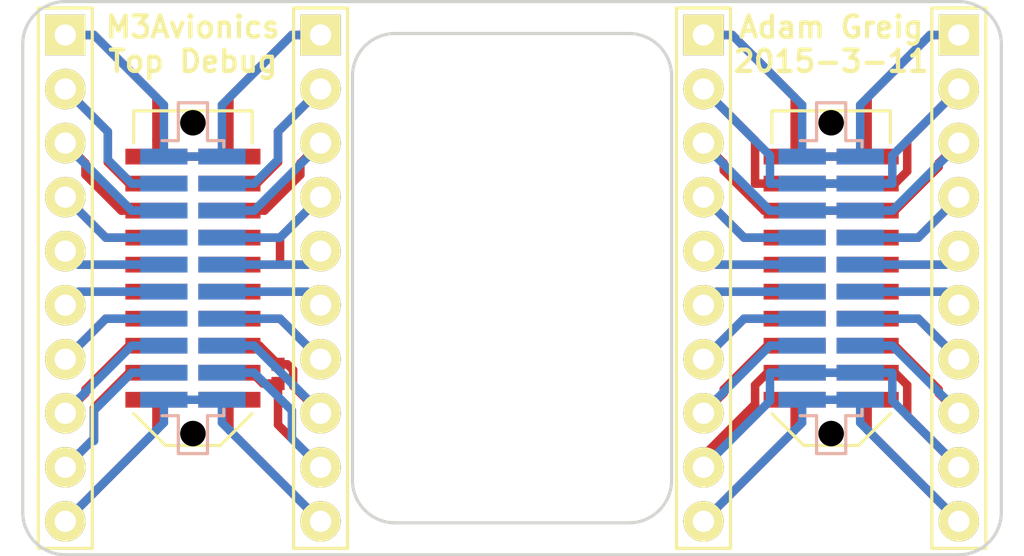
<source format=kicad_pcb>
(kicad_pcb (version 20221018) (generator pcbnew)
  (layers (0 "F.Cu" signal) (31 "B.Cu" signal) (34 "B.Paste" user) (35 "F.Paste" user) (36 "B.SilkS" user "B.Silkscreen") (37 "F.SilkS" user "F.Silkscreen") (38 "B.Mask" user) (39 "F.Mask" user) (44 "Edge.Cuts" user))
  (net 0 "")
  (net 1 "GND")
  (net 2 "/3v3_IMU")
  (net 3 "/JTMS")
  (net 4 "/3v3_RADIO")
  (net 5 "/JTCK")
  (net 6 "/3v3_FC")
  (net 7 "/JTDI")
  (net 8 "/3v3_PYRO")
  (net 9 "/3v3_DL")
  (net 10 "/RSVD1")
  (net 11 "/3v3_AUX1")
  (net 12 "/5v_CAN")
  (net 13 "/3v3_AUX2")
  (net 14 "/CAN-")
  (net 15 "/RSVD2")
  (net 16 "/CAN+")
  (net 17 "/PYRO_SO")
  (net 18 "/PYRO_SI")
  (net 19 "/5v_RADIO")
  (net 20 "/PYRO1")
  (net 21 "/5v_IMU")
  (net 22 "/PYRO2")
  (net 23 "/5v_AUX1")
  (net 24 "/PYRO3")
  (net 25 "/5v_AUX2")
  (net 26 "/PYRO4")
  (net 27 "/5v_CAM")
  (net 28 "/PWR")
  (net 29 "/CHARGE")
  (footprint "agg:TFML-110-02-L-D" (layer "F.Cu") (at 85 100 -90)
    (fp_text reference "J1")
    (fp_text value "WEST TOP")
    (fp_line (start -7.865 -2.785) (end -7.865 2.785) (stroke (width 0.15)) (layer "F.SilkS"))
    (fp_line (start -7.865 2.785) (end -6.365 2.785) (stroke (width 0.15)) (layer "F.SilkS"))
    (fp_line (start -6.365 -2.785) (end -7.865 -2.785) (stroke (width 0.15)) (layer "F.SilkS"))
    (fp_line (start 6.365 2.785) (end 7.865 1.285) (stroke (width 0.15)) (layer "F.SilkS"))
    (fp_line (start 7.865 -1.285) (end 6.365 -2.785) (stroke (width 0.15)) (layer "F.SilkS"))
    (fp_line (start 7.865 1.285) (end 7.865 -1.285) (stroke (width 0.15)) (layer "F.SilkS"))
    (pad "1" smd rect (at -5.715 1.715 270) (size 0.74 2.92) (layers "F.Cu" "F.Paste" "F.Mask") (net 1 "GND"))
    (pad "2" smd rect (at -5.715 -1.715 270) (size 0.74 2.92) (layers "F.Cu" "F.Paste" "F.Mask") (net 1 "GND"))
    (pad "3" smd rect (at -4.445 1.715 270) (size 0.74 2.92) (layers "F.Cu" "F.Paste" "F.Mask") (net 2 "/3v3_IMU"))
    (pad "4" smd rect (at -4.445 -1.715 270) (size 0.74 2.92) (layers "F.Cu" "F.Paste" "F.Mask") (net 3 "/JTMS"))
    (pad "5" smd rect (at -3.175 1.715 270) (size 0.74 2.92) (layers "F.Cu" "F.Paste" "F.Mask") (net 4 "/3v3_RADIO"))
    (pad "6" smd rect (at -3.175 -1.715 270) (size 0.74 2.92) (layers "F.Cu" "F.Paste" "F.Mask") (net 5 "/JTCK"))
    (pad "7" smd rect (at -1.905 1.715 270) (size 0.74 2.92) (layers "F.Cu" "F.Paste" "F.Mask") (net 6 "/3v3_FC"))
    (pad "8" smd rect (at -1.905 -1.715 270) (size 0.74 2.92) (layers "F.Cu" "F.Paste" "F.Mask") (net 7 "/JTDI"))
    (pad "9" smd rect (at -0.635 1.715 270) (size 0.74 2.92) (layers "F.Cu" "F.Paste" "F.Mask") (net 8 "/3v3_PYRO"))
    (pad "10" smd rect (at -0.635 -1.715 270) (size 0.74 2.92) (layers "F.Cu" "F.Paste" "F.Mask") (net 7 "/JTDI"))
    (pad "11" smd rect (at 0.635 1.715 270) (size 0.74 2.92) (layers "F.Cu" "F.Paste" "F.Mask") (net 9 "/3v3_DL"))
    (pad "12" smd rect (at 0.635 -1.715 270) (size 0.74 2.92) (layers "F.Cu" "F.Paste" "F.Mask") (net 10 "/RSVD1"))
    (pad "13" smd rect (at 1.905 1.715 270) (size 0.74 2.92) (layers "F.Cu" "F.Paste" "F.Mask") (net 11 "/3v3_AUX1"))
    (pad "14" smd rect (at 1.905 -1.715 270) (size 0.74 2.92) (layers "F.Cu" "F.Paste" "F.Mask") (net 12 "/5v_CAN"))
    (pad "15" smd rect (at 3.175 1.715 270) (size 0.74 2.92) (layers "F.Cu" "F.Paste" "F.Mask") (net 13 "/3v3_AUX2"))
    (pad "16" smd rect (at 3.175 -1.715 270) (size 0.74 2.92) (layers "F.Cu" "F.Paste" "F.Mask") (net 14 "/CAN-"))
    (pad "17" smd rect (at 4.445 1.715 270) (size 0.74 2.92) (layers "F.Cu" "F.Paste" "F.Mask") (net 15 "/RSVD2"))
    (pad "18" smd rect (at 4.445 -1.715 270) (size 0.74 2.92) (layers "F.Cu" "F.Paste" "F.Mask") (net 16 "/CAN+"))
    (pad "19" smd rect (at 5.715 1.715 270) (size 0.74 2.92) (layers "F.Cu" "F.Paste" "F.Mask") (net 1 "GND"))
    (pad "20" smd rect (at 5.715 -1.715 270) (size 0.74 2.92) (layers "F.Cu" "F.Paste" "F.Mask") (net 1 "GND"))
  )
  (footprint "agg:TFML-110-02-L-D" (layer "F.Cu") (at 115 100 -90)
    (fp_text reference "J2")
    (fp_text value "EAST TOP")
    (fp_line (start -7.865 -2.785) (end -7.865 2.785) (stroke (width 0.15)) (layer "F.SilkS"))
    (fp_line (start -7.865 2.785) (end -6.365 2.785) (stroke (width 0.15)) (layer "F.SilkS"))
    (fp_line (start -6.365 -2.785) (end -7.865 -2.785) (stroke (width 0.15)) (layer "F.SilkS"))
    (fp_line (start 6.365 2.785) (end 7.865 1.285) (stroke (width 0.15)) (layer "F.SilkS"))
    (fp_line (start 7.865 -1.285) (end 6.365 -2.785) (stroke (width 0.15)) (layer "F.SilkS"))
    (fp_line (start 7.865 1.285) (end 7.865 -1.285) (stroke (width 0.15)) (layer "F.SilkS"))
    (pad "1" smd rect (at -5.715 1.715 270) (size 0.74 2.92) (layers "F.Cu" "F.Paste" "F.Mask") (net 1 "GND"))
    (pad "2" smd rect (at -5.715 -1.715 270) (size 0.74 2.92) (layers "F.Cu" "F.Paste" "F.Mask") (net 1 "GND"))
    (pad "3" smd rect (at -4.445 1.715 270) (size 0.74 2.92) (layers "F.Cu" "F.Paste" "F.Mask") (net 17 "/PYRO_SO"))
    (pad "4" smd rect (at -4.445 -1.715 270) (size 0.74 2.92) (layers "F.Cu" "F.Paste" "F.Mask") (net 17 "/PYRO_SO"))
    (pad "5" smd rect (at -3.175 1.715 270) (size 0.74 2.92) (layers "F.Cu" "F.Paste" "F.Mask") (net 18 "/PYRO_SI"))
    (pad "6" smd rect (at -3.175 -1.715 270) (size 0.74 2.92) (layers "F.Cu" "F.Paste" "F.Mask") (net 18 "/PYRO_SI"))
    (pad "7" smd rect (at -1.905 1.715 270) (size 0.74 2.92) (layers "F.Cu" "F.Paste" "F.Mask") (net 19 "/5v_RADIO"))
    (pad "8" smd rect (at -1.905 -1.715 270) (size 0.74 2.92) (layers "F.Cu" "F.Paste" "F.Mask") (net 20 "/PYRO1"))
    (pad "9" smd rect (at -0.635 1.715 270) (size 0.74 2.92) (layers "F.Cu" "F.Paste" "F.Mask") (net 21 "/5v_IMU"))
    (pad "10" smd rect (at -0.635 -1.715 270) (size 0.74 2.92) (layers "F.Cu" "F.Paste" "F.Mask") (net 22 "/PYRO2"))
    (pad "11" smd rect (at 0.635 1.715 270) (size 0.74 2.92) (layers "F.Cu" "F.Paste" "F.Mask") (net 23 "/5v_AUX1"))
    (pad "12" smd rect (at 0.635 -1.715 270) (size 0.74 2.92) (layers "F.Cu" "F.Paste" "F.Mask") (net 24 "/PYRO3"))
    (pad "13" smd rect (at 1.905 1.715 270) (size 0.74 2.92) (layers "F.Cu" "F.Paste" "F.Mask") (net 25 "/5v_AUX2"))
    (pad "14" smd rect (at 1.905 -1.715 270) (size 0.74 2.92) (layers "F.Cu" "F.Paste" "F.Mask") (net 26 "/PYRO4"))
    (pad "15" smd rect (at 3.175 1.715 270) (size 0.74 2.92) (layers "F.Cu" "F.Paste" "F.Mask") (net 27 "/5v_CAM"))
    (pad "16" smd rect (at 3.175 -1.715 270) (size 0.74 2.92) (layers "F.Cu" "F.Paste" "F.Mask") (net 28 "/PWR"))
    (pad "17" smd rect (at 4.445 1.715 270) (size 0.74 2.92) (layers "F.Cu" "F.Paste" "F.Mask") (net 29 "/CHARGE"))
    (pad "18" smd rect (at 4.445 -1.715 270) (size 0.74 2.92) (layers "F.Cu" "F.Paste" "F.Mask") (net 29 "/CHARGE"))
    (pad "19" smd rect (at 5.715 1.715 270) (size 0.74 2.92) (layers "F.Cu" "F.Paste" "F.Mask") (net 1 "GND"))
    (pad "20" smd rect (at 5.715 -1.715 270) (size 0.74 2.92) (layers "F.Cu" "F.Paste" "F.Mask") (net 1 "GND"))
  )
  (footprint "agg:0402" (layer "F.Cu") (at 89 104.5 90)
    (fp_text reference "R1")
    (fp_text value "120")
    (pad "1" smd rect (at -0.45 0 90) (size 0.62 0.62) (layers "F.Cu" "F.Paste" "F.Mask") (net 16 "/CAN+"))
    (pad "2" smd rect (at 0.45 0 90) (size 0.62 0.62) (layers "F.Cu" "F.Paste" "F.Mask") (net 14 "/CAN-"))
  )
  (footprint "agg:SIL-254P-10" (layer "F.Cu") (at 79 100 -90)
    (fp_text reference "J5")
    (fp_text value "CONN_01x10")
    (fp_line (start -12.7 -1.27) (end 12.7 -1.27) (stroke (width 0.15)) (layer "F.SilkS"))
    (fp_line (start -12.7 1.27) (end -12.7 -1.27) (stroke (width 0.15)) (layer "F.SilkS"))
    (fp_line (start 12.7 -1.27) (end 12.7 1.27) (stroke (width 0.15)) (layer "F.SilkS"))
    (fp_line (start 12.7 1.27) (end -12.7 1.27) (stroke (width 0.15)) (layer "F.SilkS"))
    (pad "1" thru_hole rect (at -11.43 0 270) (size 1.9 1.9) (drill 1) (layers "*.Cu" "*.Mask" "F.SilkS") (net 1 "GND"))
    (pad "2" thru_hole circle (at -8.89 0 270) (size 1.9 1.9) (drill 1) (layers "*.Cu" "*.Mask" "F.SilkS") (net 2 "/3v3_IMU"))
    (pad "3" thru_hole circle (at -6.35 0 270) (size 1.9 1.9) (drill 1) (layers "*.Cu" "*.Mask" "F.SilkS") (net 4 "/3v3_RADIO"))
    (pad "4" thru_hole circle (at -3.81 0 270) (size 1.9 1.9) (drill 1) (layers "*.Cu" "*.Mask" "F.SilkS") (net 6 "/3v3_FC"))
    (pad "5" thru_hole circle (at -1.27 0 270) (size 1.9 1.9) (drill 1) (layers "*.Cu" "*.Mask" "F.SilkS") (net 8 "/3v3_PYRO"))
    (pad "6" thru_hole circle (at 1.27 0 270) (size 1.9 1.9) (drill 1) (layers "*.Cu" "*.Mask" "F.SilkS") (net 9 "/3v3_DL"))
    (pad "7" thru_hole circle (at 3.81 0 270) (size 1.9 1.9) (drill 1) (layers "*.Cu" "*.Mask" "F.SilkS") (net 11 "/3v3_AUX1"))
    (pad "8" thru_hole circle (at 6.35 0 270) (size 1.9 1.9) (drill 1) (layers "*.Cu" "*.Mask" "F.SilkS") (net 13 "/3v3_AUX2"))
    (pad "9" thru_hole circle (at 8.89 0 270) (size 1.9 1.9) (drill 1) (layers "*.Cu" "*.Mask" "F.SilkS") (net 15 "/RSVD2"))
    (pad "10" thru_hole circle (at 11.43 0 270) (size 1.9 1.9) (drill 1) (layers "*.Cu" "*.Mask" "F.SilkS") (net 1 "GND"))
  )
  (footprint "agg:SIL-254P-10" (layer "F.Cu") (at 91 100 -90)
    (fp_text reference "J6")
    (fp_text value "CONN_01x10")
    (fp_line (start -12.7 -1.27) (end 12.7 -1.27) (stroke (width 0.15)) (layer "F.SilkS"))
    (fp_line (start -12.7 1.27) (end -12.7 -1.27) (stroke (width 0.15)) (layer "F.SilkS"))
    (fp_line (start 12.7 -1.27) (end 12.7 1.27) (stroke (width 0.15)) (layer "F.SilkS"))
    (fp_line (start 12.7 1.27) (end -12.7 1.27) (stroke (width 0.15)) (layer "F.SilkS"))
    (pad "1" thru_hole rect (at -11.43 0 270) (size 1.9 1.9) (drill 1) (layers "*.Cu" "*.Mask" "F.SilkS") (net 1 "GND"))
    (pad "2" thru_hole circle (at -8.89 0 270) (size 1.9 1.9) (drill 1) (layers "*.Cu" "*.Mask" "F.SilkS") (net 3 "/JTMS"))
    (pad "3" thru_hole circle (at -6.35 0 270) (size 1.9 1.9) (drill 1) (layers "*.Cu" "*.Mask" "F.SilkS") (net 5 "/JTCK"))
    (pad "4" thru_hole circle (at -3.81 0 270) (size 1.9 1.9) (drill 1) (layers "*.Cu" "*.Mask" "F.SilkS") (net 7 "/JTDI"))
    (pad "5" thru_hole circle (at -1.27 0 270) (size 1.9 1.9) (drill 1) (layers "*.Cu" "*.Mask" "F.SilkS") (net 7 "/JTDI"))
    (pad "6" thru_hole circle (at 1.27 0 270) (size 1.9 1.9) (drill 1) (layers "*.Cu" "*.Mask" "F.SilkS") (net 10 "/RSVD1"))
    (pad "7" thru_hole circle (at 3.81 0 270) (size 1.9 1.9) (drill 1) (layers "*.Cu" "*.Mask" "F.SilkS") (net 12 "/5v_CAN"))
    (pad "8" thru_hole circle (at 6.35 0 270) (size 1.9 1.9) (drill 1) (layers "*.Cu" "*.Mask" "F.SilkS") (net 14 "/CAN-"))
    (pad "9" thru_hole circle (at 8.89 0 270) (size 1.9 1.9) (drill 1) (layers "*.Cu" "*.Mask" "F.SilkS") (net 16 "/CAN+"))
    (pad "10" thru_hole circle (at 11.43 0 270) (size 1.9 1.9) (drill 1) (layers "*.Cu" "*.Mask" "F.SilkS") (net 1 "GND"))
  )
  (footprint "agg:SIL-254P-10" (layer "F.Cu") (at 109 100 -90)
    (fp_text reference "J7")
    (fp_text value "CONN_01x10")
    (fp_line (start -12.7 -1.27) (end 12.7 -1.27) (stroke (width 0.15)) (layer "F.SilkS"))
    (fp_line (start -12.7 1.27) (end -12.7 -1.27) (stroke (width 0.15)) (layer "F.SilkS"))
    (fp_line (start 12.7 -1.27) (end 12.7 1.27) (stroke (width 0.15)) (layer "F.SilkS"))
    (fp_line (start 12.7 1.27) (end -12.7 1.27) (stroke (width 0.15)) (layer "F.SilkS"))
    (pad "1" thru_hole rect (at -11.43 0 270) (size 1.9 1.9) (drill 1) (layers "*.Cu" "*.Mask" "F.SilkS") (net 1 "GND"))
    (pad "2" thru_hole circle (at -8.89 0 270) (size 1.9 1.9) (drill 1) (layers "*.Cu" "*.Mask" "F.SilkS") (net 17 "/PYRO_SO"))
    (pad "3" thru_hole circle (at -6.35 0 270) (size 1.9 1.9) (drill 1) (layers "*.Cu" "*.Mask" "F.SilkS") (net 18 "/PYRO_SI"))
    (pad "4" thru_hole circle (at -3.81 0 270) (size 1.9 1.9) (drill 1) (layers "*.Cu" "*.Mask" "F.SilkS") (net 19 "/5v_RADIO"))
    (pad "5" thru_hole circle (at -1.27 0 270) (size 1.9 1.9) (drill 1) (layers "*.Cu" "*.Mask" "F.SilkS") (net 21 "/5v_IMU"))
    (pad "6" thru_hole circle (at 1.27 0 270) (size 1.9 1.9) (drill 1) (layers "*.Cu" "*.Mask" "F.SilkS") (net 23 "/5v_AUX1"))
    (pad "7" thru_hole circle (at 3.81 0 270) (size 1.9 1.9) (drill 1) (layers "*.Cu" "*.Mask" "F.SilkS") (net 25 "/5v_AUX2"))
    (pad "8" thru_hole circle (at 6.35 0 270) (size 1.9 1.9) (drill 1) (layers "*.Cu" "*.Mask" "F.SilkS") (net 27 "/5v_CAM"))
    (pad "9" thru_hole circle (at 8.89 0 270) (size 1.9 1.9) (drill 1) (layers "*.Cu" "*.Mask" "F.SilkS") (net 29 "/CHARGE"))
    (pad "10" thru_hole circle (at 11.43 0 270) (size 1.9 1.9) (drill 1) (layers "*.Cu" "*.Mask" "F.SilkS") (net 1 "GND"))
  )
  (footprint "agg:SIL-254P-10" (layer "F.Cu") (at 121 100 -90)
    (fp_text reference "J8")
    (fp_text value "CONN_01x10")
    (fp_line (start -12.7 -1.27) (end 12.7 -1.27) (stroke (width 0.15)) (layer "F.SilkS"))
    (fp_line (start -12.7 1.27) (end -12.7 -1.27) (stroke (width 0.15)) (layer "F.SilkS"))
    (fp_line (start 12.7 -1.27) (end 12.7 1.27) (stroke (width 0.15)) (layer "F.SilkS"))
    (fp_line (start 12.7 1.27) (end -12.7 1.27) (stroke (width 0.15)) (layer "F.SilkS"))
    (pad "1" thru_hole rect (at -11.43 0 270) (size 1.9 1.9) (drill 1) (layers "*.Cu" "*.Mask" "F.SilkS") (net 1 "GND"))
    (pad "2" thru_hole circle (at -8.89 0 270) (size 1.9 1.9) (drill 1) (layers "*.Cu" "*.Mask" "F.SilkS") (net 17 "/PYRO_SO"))
    (pad "3" thru_hole circle (at -6.35 0 270) (size 1.9 1.9) (drill 1) (layers "*.Cu" "*.Mask" "F.SilkS") (net 18 "/PYRO_SI"))
    (pad "4" thru_hole circle (at -3.81 0 270) (size 1.9 1.9) (drill 1) (layers "*.Cu" "*.Mask" "F.SilkS") (net 20 "/PYRO1"))
    (pad "5" thru_hole circle (at -1.27 0 270) (size 1.9 1.9) (drill 1) (layers "*.Cu" "*.Mask" "F.SilkS") (net 22 "/PYRO2"))
    (pad "6" thru_hole circle (at 1.27 0 270) (size 1.9 1.9) (drill 1) (layers "*.Cu" "*.Mask" "F.SilkS") (net 24 "/PYRO3"))
    (pad "7" thru_hole circle (at 3.81 0 270) (size 1.9 1.9) (drill 1) (layers "*.Cu" "*.Mask" "F.SilkS") (net 26 "/PYRO4"))
    (pad "8" thru_hole circle (at 6.35 0 270) (size 1.9 1.9) (drill 1) (layers "*.Cu" "*.Mask" "F.SilkS") (net 28 "/PWR"))
    (pad "9" thru_hole circle (at 8.89 0 270) (size 1.9 1.9) (drill 1) (layers "*.Cu" "*.Mask" "F.SilkS") (net 29 "/CHARGE"))
    (pad "10" thru_hole circle (at 11.43 0 270) (size 1.9 1.9) (drill 1) (layers "*.Cu" "*.Mask" "F.SilkS") (net 1 "GND"))
  )
  (footprint "agg:SFML-110-02-L-D-LC" (layer "B.Cu") (at 85 100 -90)
    (fp_text reference "J3")
    (fp_text value "WEST BOT")
    (fp_line (start -8.245 -0.685) (end -8.245 0.685) (stroke (width 0.15)) (layer "B.SilkS"))
    (fp_line (start -8.245 0.685) (end -6.465 0.685) (stroke (width 0.15)) (layer "B.SilkS"))
    (fp_line (start -6.465 -1.45) (end -6.465 -0.685) (stroke (width 0.15)) (layer "B.SilkS"))
    (fp_line (start -6.465 -0.685) (end -8.245 -0.685) (stroke (width 0.15)) (layer "B.SilkS"))
    (fp_line (start -6.465 0.685) (end -6.465 1.45) (stroke (width 0.15)) (layer "B.SilkS"))
    (fp_line (start -6.165 -1.45) (end -6.465 -1.45) (stroke (width 0.15)) (layer "B.SilkS"))
    (fp_line (start 6.465 -1.45) (end 6.165 -1.45) (stroke (width 0.15)) (layer "B.SilkS"))
    (fp_line (start 6.465 -0.685) (end 6.465 -1.45) (stroke (width 0.15)) (layer "B.SilkS"))
    (fp_line (start 6.465 0.685) (end 8.245 0.685) (stroke (width 0.15)) (layer "B.SilkS"))
    (fp_line (start 6.465 1.45) (end 6.465 0.685) (stroke (width 0.15)) (layer "B.SilkS"))
    (fp_line (start 8.245 -0.685) (end 6.465 -0.685) (stroke (width 0.15)) (layer "B.SilkS"))
    (fp_line (start 8.245 0.685) (end 8.245 -0.685) (stroke (width 0.15)) (layer "B.SilkS"))
    (pad "" np_thru_hole circle (at -7.305 0 270) (size 1.2 1.2) (drill 1.2) (layers "*.Mask"))
    (pad "" np_thru_hole circle (at 7.305 0 270) (size 1.2 1.2) (drill 1.2) (layers "*.Mask"))
    (pad "1" smd rect (at -5.715 1.365 270) (size 0.74 2.22) (layers "B.Cu" "B.Paste" "B.Mask") (net 1 "GND"))
    (pad "2" smd rect (at -5.715 -1.365 270) (size 0.74 2.22) (layers "B.Cu" "B.Paste" "B.Mask") (net 1 "GND"))
    (pad "3" smd rect (at -4.445 1.365 270) (size 0.74 2.22) (layers "B.Cu" "B.Paste" "B.Mask") (net 2 "/3v3_IMU"))
    (pad "4" smd rect (at -4.445 -1.365 270) (size 0.74 2.22) (layers "B.Cu" "B.Paste" "B.Mask") (net 3 "/JTMS"))
    (pad "5" smd rect (at -3.175 1.365 270) (size 0.74 2.22) (layers "B.Cu" "B.Paste" "B.Mask") (net 4 "/3v3_RADIO"))
    (pad "6" smd rect (at -3.175 -1.365 270) (size 0.74 2.22) (layers "B.Cu" "B.Paste" "B.Mask") (net 5 "/JTCK"))
    (pad "7" smd rect (at -1.905 1.365 270) (size 0.74 2.22) (layers "B.Cu" "B.Paste" "B.Mask") (net 6 "/3v3_FC"))
    (pad "8" smd rect (at -1.905 -1.365 270) (size 0.74 2.22) (layers "B.Cu" "B.Paste" "B.Mask") (net 7 "/JTDI"))
    (pad "9" smd rect (at -0.635 1.365 270) (size 0.74 2.22) (layers "B.Cu" "B.Paste" "B.Mask") (net 8 "/3v3_PYRO"))
    (pad "10" smd rect (at -0.635 -1.365 270) (size 0.74 2.22) (layers "B.Cu" "B.Paste" "B.Mask") (net 7 "/JTDI"))
    (pad "11" smd rect (at 0.635 1.365 270) (size 0.74 2.22) (layers "B.Cu" "B.Paste" "B.Mask") (net 9 "/3v3_DL"))
    (pad "12" smd rect (at 0.635 -1.365 270) (size 0.74 2.22) (layers "B.Cu" "B.Paste" "B.Mask") (net 10 "/RSVD1"))
    (pad "13" smd rect (at 1.905 1.365 270) (size 0.74 2.22) (layers "B.Cu" "B.Paste" "B.Mask") (net 11 "/3v3_AUX1"))
    (pad "14" smd rect (at 1.905 -1.365 270) (size 0.74 2.22) (layers "B.Cu" "B.Paste" "B.Mask") (net 12 "/5v_CAN"))
    (pad "15" smd rect (at 3.175 1.365 270) (size 0.74 2.22) (layers "B.Cu" "B.Paste" "B.Mask") (net 13 "/3v3_AUX2"))
    (pad "16" smd rect (at 3.175 -1.365 270) (size 0.74 2.22) (layers "B.Cu" "B.Paste" "B.Mask") (net 14 "/CAN-"))
    (pad "17" smd rect (at 4.445 1.365 270) (size 0.74 2.22) (layers "B.Cu" "B.Paste" "B.Mask") (net 15 "/RSVD2"))
    (pad "18" smd rect (at 4.445 -1.365 270) (size 0.74 2.22) (layers "B.Cu" "B.Paste" "B.Mask") (net 16 "/CAN+"))
    (pad "19" smd rect (at 5.715 1.365 270) (size 0.74 2.22) (layers "B.Cu" "B.Paste" "B.Mask") (net 1 "GND"))
    (pad "20" smd rect (at 5.715 -1.365 270) (size 0.74 2.22) (layers "B.Cu" "B.Paste" "B.Mask") (net 1 "GND"))
  )
  (footprint "agg:SFML-110-02-L-D-LC" (layer "B.Cu") (at 115 100 -90)
    (fp_text reference "J4")
    (fp_text value "EAST BOT")
    (fp_line (start -8.245 -0.685) (end -8.245 0.685) (stroke (width 0.15)) (layer "B.SilkS"))
    (fp_line (start -8.245 0.685) (end -6.465 0.685) (stroke (width 0.15)) (layer "B.SilkS"))
    (fp_line (start -6.465 -1.45) (end -6.465 -0.685) (stroke (width 0.15)) (layer "B.SilkS"))
    (fp_line (start -6.465 -0.685) (end -8.245 -0.685) (stroke (width 0.15)) (layer "B.SilkS"))
    (fp_line (start -6.465 0.685) (end -6.465 1.45) (stroke (width 0.15)) (layer "B.SilkS"))
    (fp_line (start -6.165 -1.45) (end -6.465 -1.45) (stroke (width 0.15)) (layer "B.SilkS"))
    (fp_line (start 6.465 -1.45) (end 6.165 -1.45) (stroke (width 0.15)) (layer "B.SilkS"))
    (fp_line (start 6.465 -0.685) (end 6.465 -1.45) (stroke (width 0.15)) (layer "B.SilkS"))
    (fp_line (start 6.465 0.685) (end 8.245 0.685) (stroke (width 0.15)) (layer "B.SilkS"))
    (fp_line (start 6.465 1.45) (end 6.465 0.685) (stroke (width 0.15)) (layer "B.SilkS"))
    (fp_line (start 8.245 -0.685) (end 6.465 -0.685) (stroke (width 0.15)) (layer "B.SilkS"))
    (fp_line (start 8.245 0.685) (end 8.245 -0.685) (stroke (width 0.15)) (layer "B.SilkS"))
    (pad "" np_thru_hole circle (at -7.305 0 270) (size 1.2 1.2) (drill 1.2) (layers "*.Mask"))
    (pad "" np_thru_hole circle (at 7.305 0 270) (size 1.2 1.2) (drill 1.2) (layers "*.Mask"))
    (pad "1" smd rect (at -5.715 1.365 270) (size 0.74 2.22) (layers "B.Cu" "B.Paste" "B.Mask") (net 1 "GND"))
    (pad "2" smd rect (at -5.715 -1.365 270) (size 0.74 2.22) (layers "B.Cu" "B.Paste" "B.Mask") (net 1 "GND"))
    (pad "3" smd rect (at -4.445 1.365 270) (size 0.74 2.22) (layers "B.Cu" "B.Paste" "B.Mask") (net 17 "/PYRO_SO"))
    (pad "4" smd rect (at -4.445 -1.365 270) (size 0.74 2.22) (layers "B.Cu" "B.Paste" "B.Mask") (net 17 "/PYRO_SO"))
    (pad "5" smd rect (at -3.175 1.365 270) (size 0.74 2.22) (layers "B.Cu" "B.Paste" "B.Mask") (net 18 "/PYRO_SI"))
    (pad "6" smd rect (at -3.175 -1.365 270) (size 0.74 2.22) (layers "B.Cu" "B.Paste" "B.Mask") (net 18 "/PYRO_SI"))
    (pad "7" smd rect (at -1.905 1.365 270) (size 0.74 2.22) (layers "B.Cu" "B.Paste" "B.Mask") (net 19 "/5v_RADIO"))
    (pad "8" smd rect (at -1.905 -1.365 270) (size 0.74 2.22) (layers "B.Cu" "B.Paste" "B.Mask") (net 20 "/PYRO1"))
    (pad "9" smd rect (at -0.635 1.365 270) (size 0.74 2.22) (layers "B.Cu" "B.Paste" "B.Mask") (net 21 "/5v_IMU"))
    (pad "10" smd rect (at -0.635 -1.365 270) (size 0.74 2.22) (layers "B.Cu" "B.Paste" "B.Mask") (net 22 "/PYRO2"))
    (pad "11" smd rect (at 0.635 1.365 270) (size 0.74 2.22) (layers "B.Cu" "B.Paste" "B.Mask") (net 23 "/5v_AUX1"))
    (pad "12" smd rect (at 0.635 -1.365 270) (size 0.74 2.22) (layers "B.Cu" "B.Paste" "B.Mask") (net 24 "/PYRO3"))
    (pad "13" smd rect (at 1.905 1.365 270) (size 0.74 2.22) (layers "B.Cu" "B.Paste" "B.Mask") (net 25 "/5v_AUX2"))
    (pad "14" smd rect (at 1.905 -1.365 270) (size 0.74 2.22) (layers "B.Cu" "B.Paste" "B.Mask") (net 26 "/PYRO4"))
    (pad "15" smd rect (at 3.175 1.365 270) (size 0.74 2.22) (layers "B.Cu" "B.Paste" "B.Mask") (net 27 "/5v_CAM"))
    (pad "16" smd rect (at 3.175 -1.365 270) (size 0.74 2.22) (layers "B.Cu" "B.Paste" "B.Mask") (net 28 "/PWR"))
    (pad "17" smd rect (at 4.445 1.365 270) (size 0.74 2.22) (layers "B.Cu" "B.Paste" "B.Mask") (net 29 "/CHARGE"))
    (pad "18" smd rect (at 4.445 -1.365 270) (size 0.74 2.22) (layers "B.Cu" "B.Paste" "B.Mask") (net 29 "/CHARGE"))
    (pad "19" smd rect (at 5.715 1.365 270) (size 0.74 2.22) (layers "B.Cu" "B.Paste" "B.Mask") (net 1 "GND"))
    (pad "20" smd rect (at 5.715 -1.365 270) (size 0.74 2.22) (layers "B.Cu" "B.Paste" "B.Mask") (net 1 "GND"))
  )
  (gr_arc (start 94.5 111.5) (mid 93.085786 110.914214) (end 92.5 109.5) (stroke (width 0.15)) (layer "Edge.Cuts"))
  (gr_arc (start 79 113) (mid 77.585786 112.414214) (end 77 111) (stroke (width 0.15)) (layer "Edge.Cuts"))
  (gr_arc (start 105.5 88.5) (mid 106.914214 89.085786) (end 107.5 90.5) (stroke (width 0.15)) (layer "Edge.Cuts"))
  (gr_arc (start 123 111) (mid 122.414214 112.414214) (end 121 113) (stroke (width 0.15)) (layer "Edge.Cuts"))
  (gr_arc (start 92.5 90.5) (mid 93.085786 89.085786) (end 94.5 88.5) (stroke (width 0.15)) (layer "Edge.Cuts"))
  (gr_line (start 123 111) (end 123 89) (stroke (width 0.15)) (layer "Edge.Cuts"))
  (gr_line (start 77 89) (end 77 111) (stroke (width 0.15)) (layer "Edge.Cuts"))
  (gr_line (start 94.5 88.5) (end 105.5 88.5) (stroke (width 0.15)) (layer "Edge.Cuts"))
  (gr_arc (start 121 87) (mid 122.414214 87.585786) (end 123 89) (stroke (width 0.15)) (layer "Edge.Cuts"))
  (gr_arc (start 107.5 109.5) (mid 106.914214 110.914214) (end 105.5 111.5) (stroke (width 0.15)) (layer "Edge.Cuts"))
  (gr_line (start 121 87) (end 79 87) (stroke (width 0.15)) (layer "Edge.Cuts"))
  (gr_line (start 79 113) (end 121 113) (stroke (width 0.15)) (layer "Edge.Cuts"))
  (gr_line (start 92.5 109.5) (end 92.5 90.5) (stroke (width 0.15)) (layer "Edge.Cuts"))
  (gr_line (start 105.5 111.5) (end 94.5 111.5) (stroke (width 0.15)) (layer "Edge.Cuts"))
  (gr_line (start 107.5 90.5) (end 107.5 109.5) (stroke (width 0.15)) (layer "Edge.Cuts"))
  (gr_arc (start 77 89) (mid 77.585786 87.585786) (end 79 87) (stroke (width 0.15)) (layer "Edge.Cuts"))
  (gr_text "Adam Greig\n2015-3-11" (at 115 89) (layer "F.SilkS") (effects (font (size 1 1) (thickness 0.2))))
  (gr_text "M3Avionics\nTop Debug" (at 85 89) (layer "F.SilkS") (effects (font (size 1 1) (thickness 0.2))))
  (segment (start 83.285 94.285) (end 86.715 94.285) (width 0.4) (layer "F.Cu") (net 1))
  (segment (start 79 111.43) (end 83.285 107.145) (width 0.4) (layer "F.Cu") (net 1))
  (segment (start 86.715 107.145) (end 86.715 105.715) (width 0.4) (layer "F.Cu") (net 1))
  (segment (start 86.715 93.515) (end 86.715 94.285) (width 0.4) (layer "F.Cu") (net 1))
  (segment (start 83.285 107.145) (end 83.285 105.715) (width 0.4) (layer "F.Cu") (net 1))
  (segment (start 91 88.57) (end 89.65 88.57) (width 0.4) (layer "F.Cu") (net 1))
  (segment (start 113.285 105.715) (end 113.285 107.145) (width 0.4) (layer "F.Cu") (net 1))
  (segment (start 110.35 88.57) (end 109 88.57) (width 0.4) (layer "F.Cu") (net 1))
  (segment (start 89.65 88.57) (end 86.715 91.505) (width 0.4) (layer "F.Cu") (net 1))
  (segment (start 116.715 105.715) (end 116.715 107.145) (width 0.4) (layer "F.Cu") (net 1))
  (segment (start 116.715 91.505) (end 119.65 88.57) (width 0.4) (layer "F.Cu") (net 1))
  (segment (start 113.285 94.285) (end 113.285 91.505) (width 0.4) (layer "F.Cu") (net 1))
  (segment (start 113.285 105.715) (end 116.715 105.715) (width 0.4) (layer "F.Cu") (net 1))
  (segment (start 113.285 107.145) (end 109 111.43) (width 0.4) (layer "F.Cu") (net 1))
  (segment (start 91 111.43) (end 86.715 107.145) (width 0.4) (layer "F.Cu") (net 1))
  (segment (start 113.285 94.285) (end 116.715 94.285) (width 0.4) (layer "F.Cu") (net 1))
  (segment (start 116.715 107.145) (end 121 111.43) (width 0.4) (layer "F.Cu") (net 1))
  (segment (start 116.715 94.285) (end 116.715 91.505) (width 0.4) (layer "F.Cu") (net 1))
  (segment (start 80.35 88.57) (end 83.285 91.505) (width 0.4) (layer "F.Cu") (net 1))
  (segment (start 83.285 105.715) (end 86.715 105.715) (width 0.4) (layer "F.Cu") (net 1))
  (segment (start 119.65 88.57) (end 121 88.57) (width 0.4) (layer "F.Cu") (net 1))
  (segment (start 83.285 91.505) (end 83.285 93.515) (width 0.4) (layer "F.Cu") (net 1))
  (segment (start 86.715 91.505) (end 86.715 93.515) (width 0.4) (layer "F.Cu") (net 1))
  (segment (start 113.285 91.505) (end 110.35 88.57) (width 0.4) (layer "F.Cu") (net 1))
  (segment (start 79 88.57) (end 80.35 88.57) (width 0.4) (layer "F.Cu") (net 1))
  (segment (start 83.285 93.515) (end 83.285 94.285) (width 0.4) (layer "F.Cu") (net 1))
  (segment (start 119.65 88.57) (end 121 88.57) (width 0.4) (layer "B.Cu") (net 1))
  (segment (start 83.635 94.285) (end 86.365 94.285) (width 0.4) (layer "B.Cu") (net 1))
  (segment (start 86.365 94.285) (end 86.365 91.855) (width 0.4) (layer "B.Cu") (net 1))
  (segment (start 83.635 91.855) (end 80.35 88.57) (width 0.4) (layer "B.Cu") (net 1))
  (segment (start 86.365 91.855) (end 89.65 88.57) (width 0.4) (layer "B.Cu") (net 1))
  (segment (start 80.35 88.57) (end 79 88.57) (width 0.4) (layer "B.Cu") (net 1))
  (segment (start 83.635 105.715) (end 83.635 106.795) (width 0.4) (layer "B.Cu") (net 1))
  (segment (start 113.635 94.285) (end 113.635 91.855) (width 0.4) (layer "B.Cu") (net 1))
  (segment (start 86.365 106.795) (end 91 111.43) (width 0.4) (layer "B.Cu") (net 1))
  (segment (start 83.635 105.715) (end 86.365 105.715) (width 0.4) (layer "B.Cu") (net 1))
  (segment (start 116.365 94.285) (end 116.365 91.855) (width 0.4) (layer "B.Cu") (net 1))
  (segment (start 113.635 91.855) (end 110.35 88.57) (width 0.4) (layer "B.Cu") (net 1))
  (segment (start 116.365 106.795) (end 121 111.43) (width 0.4) (layer "B.Cu") (net 1))
  (segment (start 116.365 91.855) (end 119.65 88.57) (width 0.4) (layer "B.Cu") (net 1))
  (segment (start 86.365 105.715) (end 86.365 106.795) (width 0.4) (layer "B.Cu") (net 1))
  (segment (start 116.365 105.715) (end 116.365 106.795) (width 0.4) (layer "B.Cu") (net 1))
  (segment (start 113.635 106.795) (end 113.635 105.715) (width 0.4) (layer "B.Cu") (net 1))
  (segment (start 110.35 88.57) (end 109 88.57) (width 0.4) (layer "B.Cu") (net 1))
  (segment (start 83.635 106.795) (end 79 111.43) (width 0.4) (layer "B.Cu") (net 1))
  (segment (start 116.365 105.715) (end 113.635 105.715) (width 0.4) (layer "B.Cu") (net 1))
  (segment (start 89.65 88.57) (end 91 88.57) (width 0.4) (layer "B.Cu") (net 1))
  (segment (start 109 111.43) (end 113.635 106.795) (width 0.4) (layer "B.Cu") (net 1))
  (segment (start 116.365 94.285) (end 113.635 94.285) (width 0.4) (layer "B.Cu") (net 1))
  (segment (start 83.635 94.285) (end 83.635 91.855) (width 0.4) (layer "B.Cu") (net 1))
  (segment (start 82.004998 95.555) (end 81 94.550002) (width 0.4) (layer "F.Cu") (net 2))
  (segment (start 81 93.11) (end 79 91.11) (width 0.4) (layer "F.Cu") (net 2))
  (segment (start 81 94.550002) (end 81 93.11) (width 0.4) (layer "F.Cu") (net 2))
  (segment (start 83.285 95.555) (end 82.004998 95.555) (width 0.4) (layer "F.Cu") (net 2))
  (segment (start 82.124999 95.554999) (end 81 94.43) (width 0.4) (layer "B.Cu") (net 2))
  (segment (start 81 93.11) (end 79 91.11) (width 0.4) (layer "B.Cu") (net 2))
  (segment (start 81 94.43) (end 81 93.11) (width 0.4) (layer "B.Cu") (net 2))
  (segment (start 83.635 95.555) (end 82.124999 95.554999) (width 0.4) (layer "B.Cu") (net 2))
  (segment (start 89 94.550002) (end 89 93.11) (width 0.4) (layer "F.Cu") (net 3))
  (segment (start 89 93.11) (end 91 91.11) (width 0.4) (layer "F.Cu") (net 3))
  (segment (start 87.995002 95.555) (end 89 94.550002) (width 0.4) (layer "F.Cu") (net 3))
  (segment (start 86.715 95.555) (end 87.995002 95.555) (width 0.4) (layer "F.Cu") (net 3))
  (segment (start 89 93.11) (end 91 91.11) (width 0.4) (layer "B.Cu") (net 3))
  (segment (start 86.365 95.555) (end 87.875 95.555) (width 0.4) (layer "B.Cu") (net 3))
  (segment (start 89 94.43) (end 89 93.11) (width 0.4) (layer "B.Cu") (net 3))
  (segment (start 87.875 95.555) (end 89 94.43) (width 0.4) (layer "B.Cu") (net 3))
  (segment (start 79.949999 95.141997) (end 79.949999 94.599999) (width 0.4) (layer "F.Cu") (net 4))
  (segment (start 81.633002 96.825) (end 79.949999 95.141997) (width 0.4) (layer "F.Cu") (net 4))
  (segment (start 79.949999 94.599999) (end 79 93.65) (width 0.4) (layer "F.Cu") (net 4))
  (segment (start 83.285 96.825) (end 81.633002 96.825) (width 0.4) (layer "F.Cu") (net 4))
  (segment (start 79 93.7) (end 79 93.65) (width 0.4) (layer "B.Cu") (net 4))
  (segment (start 83.635 96.825) (end 82.125 96.825) (width 0.4) (layer "B.Cu") (net 4))
  (segment (start 82.125 96.825) (end 79 93.7) (width 0.4) (layer "B.Cu") (net 4))
  (segment (start 90.050001 95.141997) (end 90.050001 94.599999) (width 0.4) (layer "F.Cu") (net 5))
  (segment (start 90.050001 94.599999) (end 91 93.65) (width 0.4) (layer "F.Cu") (net 5))
  (segment (start 88.366998 96.825) (end 90.050001 95.141997) (width 0.4) (layer "F.Cu") (net 5))
  (segment (start 86.715 96.825) (end 88.366998 96.825) (width 0.4) (layer "F.Cu") (net 5))
  (segment (start 86.365 96.825) (end 87.875 96.825) (width 0.4) (layer "B.Cu") (net 5))
  (segment (start 87.875 96.825) (end 91 93.7) (width 0.4) (layer "B.Cu") (net 5))
  (segment (start 91 93.7) (end 91 93.65) (width 0.4) (layer "B.Cu") (net 5))
  (segment (start 83.285 98.095) (end 80.905 98.095) (width 0.4) (layer "F.Cu") (net 6))
  (segment (start 80.905 98.095) (end 79 96.19) (width 0.4) (layer "F.Cu") (net 6))
  (segment (start 83.635 98.095) (end 80.905 98.095) (width 0.4) (layer "B.Cu") (net 6))
  (segment (start 80.905 98.095) (end 79 96.19) (width 0.4) (layer "B.Cu") (net 6))
  (segment (start 89 99.365) (end 90.365 99.365) (width 0.4) (layer "F.Cu") (net 7))
  (segment (start 86.715 99.365) (end 89 99.365) (width 0.4) (layer "F.Cu") (net 7))
  (segment (start 89.095 99.27) (end 89 99.365) (width 0.4) (layer "F.Cu") (net 7))
  (segment (start 89.095 98.095) (end 91 96.19) (width 0.4) (layer "F.Cu") (net 7))
  (segment (start 86.715 98.095) (end 89.095 98.095) (width 0.4) (layer "F.Cu") (net 7))
  (segment (start 90.365 99.365) (end 91 98.73) (width 0.4) (layer "F.Cu") (net 7))
  (segment (start 89.095 98.095) (end 89.095 99.27) (width 0.4) (layer "F.Cu") (net 7))
  (segment (start 89.095 98.095) (end 91 96.19) (width 0.4) (layer "B.Cu") (net 7))
  (segment (start 86.365 99.365) (end 90.365 99.365) (width 0.4) (layer "B.Cu") (net 7))
  (segment (start 90.365 99.365) (end 91 98.73) (width 0.4) (layer "B.Cu") (net 7))
  (segment (start 86.365 98.095) (end 89.095 98.095) (width 0.4) (layer "B.Cu") (net 7))
  (segment (start 79.635 99.365) (end 79 98.73) (width 0.4) (layer "F.Cu") (net 8))
  (segment (start 83.285 99.365) (end 79.635 99.365) (width 0.4) (layer "F.Cu") (net 8))
  (segment (start 83.635 99.365) (end 79.635 99.365) (width 0.4) (layer "B.Cu") (net 8))
  (segment (start 79.635 99.365) (end 79 98.73) (width 0.4) (layer "B.Cu") (net 8))
  (segment (start 83.285 100.635) (end 79.635 100.635) (width 0.4) (layer "F.Cu") (net 9))
  (segment (start 79.635 100.635) (end 79 101.27) (width 0.4) (layer "F.Cu") (net 9))
  (segment (start 83.635 100.635) (end 79.635 100.635) (width 0.4) (layer "B.Cu") (net 9))
  (segment (start 79.635 100.635) (end 79 101.27) (width 0.4) (layer "B.Cu") (net 9))
  (segment (start 90.365 100.635) (end 91 101.27) (width 0.4) (layer "F.Cu") (net 10))
  (segment (start 86.715 100.635) (end 90.365 100.635) (width 0.4) (layer "F.Cu") (net 10))
  (segment (start 90.365 100.635) (end 91 101.27) (width 0.4) (layer "B.Cu") (net 10))
  (segment (start 86.365 100.635) (end 90.365 100.635) (width 0.4) (layer "B.Cu") (net 10))
  (segment (start 83.285 101.905) (end 80.905 101.905) (width 0.4) (layer "F.Cu") (net 11))
  (segment (start 80.905 101.905) (end 79 103.81) (width 0.4) (layer "F.Cu") (net 11))
  (segment (start 83.635 101.905) (end 80.905 101.905) (width 0.4) (layer "B.Cu") (net 11))
  (segment (start 80.905 101.905) (end 79 103.81) (width 0.4) (layer "B.Cu") (net 11))
  (segment (start 86.715 101.905) (end 89.095 101.905) (width 0.4) (layer "F.Cu") (net 12))
  (segment (start 89.095 101.905) (end 91 103.81) (width 0.4) (layer "F.Cu") (net 12))
  (segment (start 86.365 101.905) (end 89.095 101.905) (width 0.4) (layer "B.Cu") (net 12))
  (segment (start 89.095 101.905) (end 91 103.81) (width 0.4) (layer "B.Cu") (net 12))
  (segment (start 83.285 103.175) (end 82.004998 103.175) (width 0.4) (layer "F.Cu") (net 13))
  (segment (start 79.949999 105.400001) (end 79 106.35) (width 0.4) (layer "F.Cu") (net 13))
  (segment (start 79.949999 105.229999) (end 79.949999 105.400001) (width 0.4) (layer "F.Cu") (net 13))
  (segment (start 82.004998 103.175) (end 79.949999 105.229999) (width 0.4) (layer "F.Cu") (net 13))
  (segment (start 79 106.3) (end 79 106.35) (width 0.4) (layer "B.Cu") (net 13))
  (segment (start 83.635 103.175) (end 82.125 103.175) (width 0.4) (layer "B.Cu") (net 13))
  (segment (start 82.125 103.175) (end 79 106.3) (width 0.4) (layer "B.Cu") (net 13))
  (segment (start 89 104.05) (end 88.125 103.175) (width 0.4) (layer "F.Cu") (net 14))
  (segment (start 89.440002 104.05) (end 89.710001 104.319999) (width 0.4) (layer "F.Cu") (net 14))
  (segment (start 90.050001 105.400001) (end 91 106.35) (width 0.4) (layer "F.Cu") (net 14))
  (segment (start 88.125 103.175) (end 86.715 103.175) (width 0.4) (layer "F.Cu") (net 14))
  (segment (start 89.710001 104.319999) (end 89.710001 105.060001) (width 0.4) (layer "F.Cu") (net 14))
  (segment (start 89.710001 105.060001) (end 90.050001 105.400001) (width 0.4) (layer "F.Cu") (net 14))
  (segment (start 89 104.05) (end 89.440002 104.05) (width 0.4) (layer "F.Cu") (net 14))
  (segment (start 91 106.3) (end 91 106.35) (width 0.4) (layer "B.Cu") (net 14))
  (segment (start 86.365 103.175) (end 87.875 103.175) (width 0.4) (layer "B.Cu") (net 14))
  (segment (start 87.875 103.175) (end 91 106.3) (width 0.4) (layer "B.Cu") (net 14))
  (segment (start 80.350001 107.539999) (end 79.949999 107.940001) (width 0.4) (layer "F.Cu") (net 15))
  (segment (start 80.350001 106.099997) (end 80.350001 107.539999) (width 0.4) (layer "F.Cu") (net 15))
  (segment (start 82.004998 104.445) (end 80.350001 106.099997) (width 0.4) (layer "F.Cu") (net 15))
  (segment (start 83.285 104.445) (end 82.004998 104.445) (width 0.4) (layer "F.Cu") (net 15))
  (segment (start 79.949999 107.940001) (end 79 108.89) (width 0.4) (layer "F.Cu") (net 15))
  (segment (start 82.125 104.445) (end 80.350001 106.219999) (width 0.4) (layer "B.Cu") (net 15))
  (segment (start 80.240001 107.649999) (end 79 108.89) (width 0.4) (layer "B.Cu") (net 15))
  (segment (start 80.350001 106.219999) (end 80.350001 107.649999) (width 0.4) (layer "B.Cu") (net 15))
  (segment (start 80.350001 107.649999) (end 80.240001 107.649999) (width 0.4) (layer "B.Cu") (net 15))
  (segment (start 83.635 104.445) (end 82.125 104.445) (width 0.4) (layer "B.Cu") (net 15))
  (segment (start 89 104.95) (end 89 106.89) (width 0.4) (layer "F.Cu") (net 16))
  (segment (start 87.785 104.445) (end 88.29 104.95) (width 0.4) (layer "F.Cu") (net 16))
  (segment (start 89 106.89) (end 91 108.89) (width 0.4) (layer "F.Cu") (net 16))
  (segment (start 88.29 104.95) (end 89 104.95) (width 0.4) (layer "F.Cu") (net 16))
  (segment (start 86.715 104.445) (end 87.785 104.445) (width 0.4) (layer "F.Cu") (net 16))
  (segment (start 86.365 104.445) (end 87.875 104.445) (width 0.4) (layer "B.Cu") (net 16))
  (segment (start 87.875 104.445) (end 89.649999 106.219999) (width 0.4) (layer "B.Cu") (net 16))
  (segment (start 90.050001 107.940001) (end 91 108.89) (width 0.4) (layer "B.Cu") (net 16))
  (segment (start 89.649999 106.219999) (end 89.649999 107.539999) (width 0.4) (layer "B.Cu") (net 16))
  (segment (start 89.649999 107.539999) (end 90.050001 107.940001) (width 0.4) (layer "B.Cu") (net 16))
  (segment (start 116.715 95.555) (end 113.285 95.555) (width 0.4) (layer "F.Cu") (net 17))
  (segment (start 118.575001 93.534999) (end 118.575001 94.975001) (width 0.4) (layer "F.Cu") (net 17))
  (segment (start 113.285 95.555) (end 111.424999 95.554999) (width 0.4) (layer "F.Cu") (net 17))
  (segment (start 117.995002 95.555) (end 116.715 95.555) (width 0.4) (layer "F.Cu") (net 17))
  (segment (start 111.424999 93.534999) (end 109 91.11) (width 0.4) (layer "F.Cu") (net 17))
  (segment (start 111.424999 95.554999) (end 111.424999 93.534999) (width 0.4) (layer "F.Cu") (net 17))
  (segment (start 121 91.11) (end 118.575001 93.534999) (width 0.4) (layer "F.Cu") (net 17))
  (segment (start 118.575001 94.975001) (end 117.995002 95.555) (width 0.4) (layer "F.Cu") (net 17))
  (segment (start 116.365 95.555) (end 117.875001 95.554999) (width 0.4) (layer "B.Cu") (net 17))
  (segment (start 112.124999 95.554999) (end 112.124999 94.234999) (width 0.4) (layer "B.Cu") (net 17))
  (segment (start 116.365 95.555) (end 113.635 95.555) (width 0.4) (layer "B.Cu") (net 17))
  (segment (start 117.875001 95.554999) (end 117.875001 94.234999) (width 0.4) (layer "B.Cu") (net 17))
  (segment (start 112.124999 94.234999) (end 109 91.11) (width 0.4) (layer "B.Cu") (net 17))
  (segment (start 117.875001 94.234999) (end 121 91.11) (width 0.4) (layer "B.Cu") (net 17))
  (segment (start 113.635 95.555) (end 112.124999 95.554999) (width 0.4) (layer "B.Cu") (net 17))
  (segment (start 120.050001 94.770001) (end 120.050001 94.599999) (width 0.4) (layer "F.Cu") (net 18))
  (segment (start 117.995002 96.825) (end 120.050001 94.770001) (width 0.4) (layer "F.Cu") (net 18))
  (segment (start 113.285 96.825) (end 111.846458 96.825) (width 0.4) (layer "F.Cu") (net 18))
  (segment (start 111.846458 96.825) (end 109.949999 94.928541) (width 0.4) (layer "F.Cu") (net 18))
  (segment (start 113.285 96.825) (end 116.715 96.825) (width 0.4) (layer "F.Cu") (net 18))
  (segment (start 120.050001 94.599999) (end 121 93.65) (width 0.4) (layer "F.Cu") (net 18))
  (segment (start 116.715 96.825) (end 117.995002 96.825) (width 0.4) (layer "F.Cu") (net 18))
  (segment (start 109.949999 94.928541) (end 109.949999 94.599999) (width 0.4) (layer "F.Cu") (net 18))
  (segment (start 109.949999 94.599999) (end 109 93.65) (width 0.4) (layer "F.Cu") (net 18))
  (segment (start 117.875 96.825) (end 121 93.7) (width 0.4) (layer "B.Cu") (net 18))
  (segment (start 112.125 96.825) (end 109 93.7) (width 0.4) (layer "B.Cu") (net 18))
  (segment (start 116.365 96.825) (end 113.635 96.825) (width 0.4) (layer "B.Cu") (net 18))
  (segment (start 113.635 96.825) (end 112.125 96.825) (width 0.4) (layer "B.Cu") (net 18))
  (segment (start 121 93.7) (end 121 93.65) (width 0.4) (layer "B.Cu") (net 18))
  (segment (start 109 93.7) (end 109 93.65) (width 0.4) (layer "B.Cu") (net 18))
  (segment (start 116.365 96.825) (end 117.875 96.825) (width 0.4) (layer "B.Cu") (net 18))
  (segment (start 110.905 98.095) (end 109 96.19) (width 0.4) (layer "F.Cu") (net 19))
  (segment (start 113.285 98.095) (end 110.905 98.095) (width 0.4) (layer "F.Cu") (net 19))
  (segment (start 113.635 98.095) (end 110.905 98.095) (width 0.4) (layer "B.Cu") (net 19))
  (segment (start 110.905 98.095) (end 109 96.19) (width 0.4) (layer "B.Cu") (net 19))
  (segment (start 119.095 98.095) (end 121 96.19) (width 0.4) (layer "F.Cu") (net 20))
  (segment (start 116.715 98.095) (end 119.095 98.095) (width 0.4) (layer "F.Cu") (net 20))
  (segment (start 116.365 98.095) (end 119.095 98.095) (width 0.4) (layer "B.Cu") (net 20))
  (segment (start 119.095 98.095) (end 121 96.19) (width 0.4) (layer "B.Cu") (net 20))
  (segment (start 113.285 99.365) (end 109.635 99.365) (width 0.4) (layer "F.Cu") (net 21))
  (segment (start 109.635 99.365) (end 109 98.73) (width 0.4) (layer "F.Cu") (net 21))
  (segment (start 109.635 99.365) (end 109 98.73) (width 0.4) (layer "B.Cu") (net 21))
  (segment (start 113.635 99.365) (end 109.635 99.365) (width 0.4) (layer "B.Cu") (net 21))
  (segment (start 116.715 99.365) (end 120.365 99.365) (width 0.4) (layer "F.Cu") (net 22))
  (segment (start 120.365 99.365) (end 121 98.73) (width 0.4) (layer "F.Cu") (net 22))
  (segment (start 120.365 99.365) (end 121 98.73) (width 0.4) (layer "B.Cu") (net 22))
  (segment (start 116.365 99.365) (end 120.365 99.365) (width 0.4) (layer "B.Cu") (net 22))
  (segment (start 113.285 100.635) (end 109.635 100.635) (width 0.4) (layer "F.Cu") (net 23))
  (segment (start 109.635 100.635) (end 109 101.27) (width 0.4) (layer "F.Cu") (net 23))
  (segment (start 113.635 100.635) (end 109.635 100.635) (width 0.4) (layer "B.Cu") (net 23))
  (segment (start 109.635 100.635) (end 109 101.27) (width 0.4) (layer "B.Cu") (net 23))
  (segment (start 120.365 100.635) (end 121 101.27) (width 0.4) (layer "F.Cu") (net 24))
  (segment (start 116.715 100.635) (end 120.365 100.635) (width 0.4) (layer "F.Cu") (net 24))
  (segment (start 120.365 100.635) (end 121 101.27) (width 0.4) (layer "B.Cu") (net 24))
  (segment (start 116.365 100.635) (end 120.365 100.635) (width 0.4) (layer "B.Cu") (net 24))
  (segment (start 110.905 101.905) (end 109 103.81) (width 0.4) (layer "F.Cu") (net 25))
  (segment (start 113.285 101.905) (end 110.905 101.905) (width 0.4) (layer "F.Cu") (net 25))
  (segment (start 113.635 101.905) (end 110.905 101.905) (width 0.4) (layer "B.Cu") (net 25))
  (segment (start 110.905 101.905) (end 109 103.81) (width 0.4) (layer "B.Cu") (net 25))
  (segment (start 116.715 101.905) (end 119.095 101.905) (width 0.4) (layer "F.Cu") (net 26))
  (segment (start 119.095 101.905) (end 121 103.81) (width 0.4) (layer "F.Cu") (net 26))
  (segment (start 116.365 101.905) (end 119.095 101.905) (width 0.4) (layer "B.Cu") (net 26))
  (segment (start 119.095 101.905) (end 121 103.81) (width 0.4) (layer "B.Cu") (net 26))
  (segment (start 109.949999 105.229999) (end 109.949999 105.400001) (width 0.4) (layer "F.Cu") (net 27))
  (segment (start 112.004998 103.175) (end 109.949999 105.229999) (width 0.4) (layer "F.Cu") (net 27))
  (segment (start 113.285 103.175) (end 112.004998 103.175) (width 0.4) (layer "F.Cu") (net 27))
  (segment (start 109.949999 105.400001) (end 109 106.35) (width 0.4) (layer "F.Cu") (net 27))
  (segment (start 109 106.3) (end 109 106.35) (width 0.4) (layer "B.Cu") (net 27))
  (segment (start 112.125 103.175) (end 109 106.3) (width 0.4) (layer "B.Cu") (net 27))
  (segment (start 113.635 103.175) (end 112.125 103.175) (width 0.4) (layer "B.Cu") (net 27))
  (segment (start 120.050001 105.229999) (end 120.050001 105.400001) (width 0.4) (layer "F.Cu") (net 28))
  (segment (start 116.715 103.175) (end 117.995002 103.175) (width 0.4) (layer "F.Cu") (net 28))
  (segment (start 117.995002 103.175) (end 120.050001 105.229999) (width 0.4) (layer "F.Cu") (net 28))
  (segment (start 120.050001 105.400001) (end 121 106.35) (width 0.4) (layer "F.Cu") (net 28))
  (segment (start 121 106.3) (end 121 106.35) (width 0.4) (layer "B.Cu") (net 28))
  (segment (start 116.365 103.175) (end 117.875 103.175) (width 0.4) (layer "B.Cu") (net 28))
  (segment (start 117.875 103.175) (end 121 106.3) (width 0.4) (layer "B.Cu") (net 28))
  (segment (start 111.424999 105.923003) (end 111.424999 105.024999) (width 0.4) (layer "F.Cu") (net 29))
  (segment (start 121 108.89) (end 118.575001 106.465001) (width 0.4) (layer "F.Cu") (net 29))
  (segment (start 112.004998 104.445) (end 113.285 104.445) (width 0.4) (layer "F.Cu") (net 29))
  (segment (start 113.285 104.445) (end 116.715 104.445) (width 0.4) (layer "F.Cu") (net 29))
  (segment (start 111.424999 105.024999) (end 112.004998 104.445) (width 0.4) (layer "F.Cu") (net 29))
  (segment (start 116.77 104.5) (end 116.715 104.445) (width 0.4) (layer "F.Cu") (net 29))
  (segment (start 109 108.89) (end 109 108.348002) (width 0.4) (layer "F.Cu") (net 29))
  (segment (start 109 108.348002) (end 111.424999 105.923003) (width 0.4) (layer "F.Cu") (net 29))
  (segment (start 118.050002 104.5) (end 116.77 104.5) (width 0.4) (layer "F.Cu") (net 29))
  (segment (start 118.575001 106.465001) (end 118.575001 105.024999) (width 0.4) (layer "F.Cu") (net 29))
  (segment (start 118.575001 105.024999) (end 118.050002 104.5) (width 0.4) (layer "F.Cu") (net 29))
  (segment (start 116.365 104.445) (end 117.875001 104.445001) (width 0.4) (layer "B.Cu") (net 29))
  (segment (start 117.875001 105.765001) (end 121 108.89) (width 0.4) (layer "B.Cu") (net 29))
  (segment (start 113.635 104.445) (end 116.365 104.445) (width 0.4) (layer "B.Cu") (net 29))
  (segment (start 113.635 104.445) (end 112.124999 104.445001) (width 0.4) (layer "B.Cu") (net 29))
  (segment (start 112.124999 104.445001) (end 112.124999 105.765001) (width 0.4) (layer "B.Cu") (net 29))
  (segment (start 112.124999 105.765001) (end 109 108.89) (width 0.4) (layer "B.Cu") (net 29))
  (segment (start 117.875001 104.445001) (end 117.875001 105.765001) (width 0.4) (layer "B.Cu") (net 29))
)
</source>
